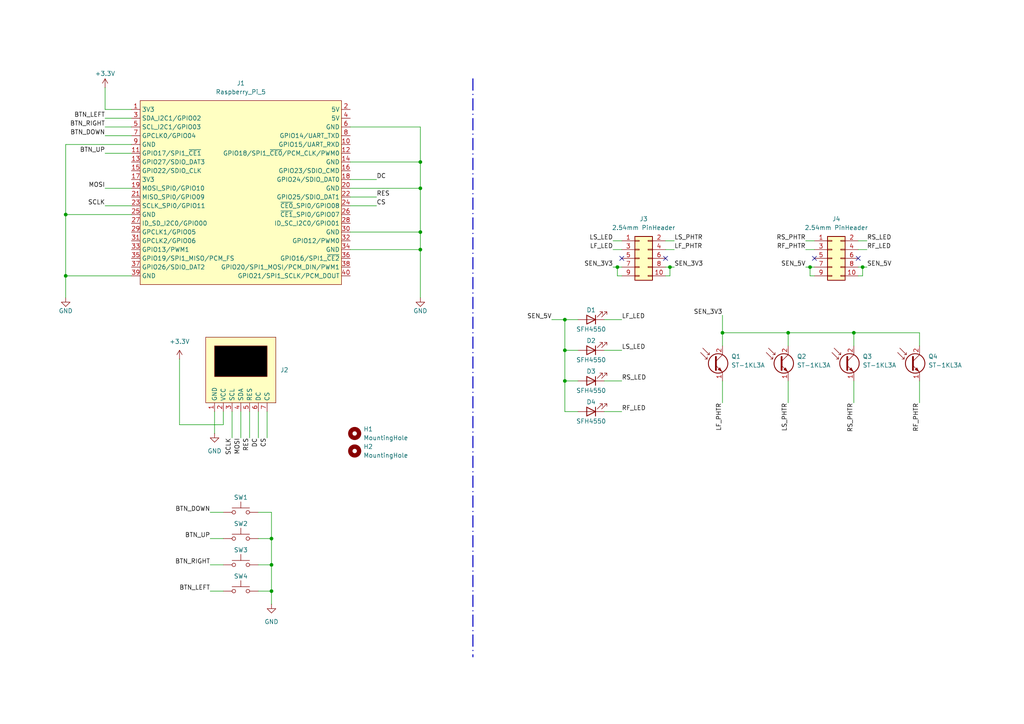
<source format=kicad_sch>
(kicad_sch (version 20250114) (generator "eeschema") (generator_version "9.0")
  (paper "A4")
  (lib_symbols
    (symbol "Connector_Generic:Conn_02x05_Odd_Even" (pin_names (offset 1.016) (hide yes))
      (property "Reference" "J" (at 1.27 7.62 0))
      (property "Value" "Conn_02x05_Odd_Even" (at 1.27 -7.62 0))
      (symbol "Conn_02x05_Odd_Even_1_1"
        (rectangle (start -1.27 6.35) (end 3.81 -6.35) (stroke (width 0.254)) (fill (type background)))
        (rectangle (start -1.27 5.207) (end 0 4.953) (stroke (width 0.1524)))
        (rectangle (start -1.27 2.667) (end 0 2.413) (stroke (width 0.1524)))
        (rectangle (start -1.27 0.127) (end 0 -0.127) (stroke (width 0.1524)))
        (rectangle (start -1.27 -2.413) (end 0 -2.667) (stroke (width 0.1524)))
        (rectangle (start -1.27 -4.953) (end 0 -5.207) (stroke (width 0.1524)))
        (rectangle (start 3.81 5.207) (end 2.54 4.953) (stroke (width 0.1524)))
        (rectangle (start 3.81 2.667) (end 2.54 2.413) (stroke (width 0.1524)))
        (rectangle (start 3.81 0.127) (end 2.54 -0.127) (stroke (width 0.1524)))
        (rectangle (start 3.81 -2.413) (end 2.54 -2.667) (stroke (width 0.1524)))
        (rectangle (start 3.81 -4.953) (end 2.54 -5.207) (stroke (width 0.1524)))
        (pin passive line (at -5.08 5.08 0) (length 3.81) (name "Pin_1") (number "1"))
        (pin passive line (at -5.08 2.54 0) (length 3.81) (name "Pin_3") (number "3"))
        (pin passive line (at -5.08 0 0) (length 3.81) (name "Pin_5") (number "5"))
        (pin passive line (at -5.08 -2.54 0) (length 3.81) (name "Pin_7") (number "7"))
        (pin passive line (at -5.08 -5.08 0) (length 3.81) (name "Pin_9") (number "9"))
        (pin passive line (at 7.62 5.08 180) (length 3.81) (name "Pin_2") (number "2"))
        (pin passive line (at 7.62 2.54 180) (length 3.81) (name "Pin_4") (number "4"))
        (pin passive line (at 7.62 0 180) (length 3.81) (name "Pin_6") (number "6"))
        (pin passive line (at 7.62 -2.54 180) (length 3.81) (name "Pin_8") (number "8"))
        (pin passive line (at 7.62 -5.08 180) (length 3.81) (name "Pin_10") (number "10"))
      )
    )
    (symbol "Device:LED" (pin_numbers (hide yes)) (pin_names (offset 1.016) (hide yes))
      (property "Reference" "D" (at 0 2.54 0))
      (property "Value" "LED" (at 0 -2.54 0))
      (symbol "LED_0_1"
        (polyline (pts (xy -3.048 -0.762) (xy -4.572 -2.286) (xy -3.81 -2.286) (xy -4.572 -2.286) (xy -4.572 -1.524)))
        (polyline (pts (xy -1.778 -0.762) (xy -3.302 -2.286) (xy -2.54 -2.286) (xy -3.302 -2.286) (xy -3.302 -1.524)))
        (polyline (pts (xy -1.27 0) (xy 1.27 0)))
        (polyline (pts (xy -1.27 -1.27) (xy -1.27 1.27)) (stroke (width 0.254)))
        (polyline (pts (xy 1.27 -1.27) (xy 1.27 1.27) (xy -1.27 0) (xy 1.27 -1.27)) (stroke (width 0.254)))
      )
      (symbol "LED_1_1"
        (pin passive line (at -3.81 0 0) (length 2.54) (name "K") (number "1"))
        (pin passive line (at 3.81 0 180) (length 2.54) (name "A") (number "2"))
      )
    )
    (symbol "Device:Q_Photo_NPN_EC" (pin_names (offset 0) (hide yes))
      (property "Reference" "Q" (at 5.08 1.27 0))
      (property "Value" "Q_Photo_NPN_EC" (at 5.08 -1.27 0))
      (symbol "Q_Photo_NPN_EC_0_1"
        (polyline (pts (xy -3.81 3.175) (xy -1.905 1.27) (xy -1.905 1.905)))
        (polyline (pts (xy -3.175 4.445) (xy -1.27 2.54) (xy -1.27 3.175)))
        (polyline (pts (xy -1.905 1.27) (xy -2.54 1.27)))
        (polyline (pts (xy -1.27 2.54) (xy -1.905 2.54)))
        (polyline (pts (xy 0.635 1.905) (xy 0.635 -1.905) (xy 0.635 -1.905)) (stroke (width 0.508)))
        (polyline (pts (xy 0.635 0.635) (xy 2.54 2.54)))
        (polyline (pts (xy 0.635 -0.635) (xy 2.54 -2.54) (xy 2.54 -2.54)))
        (circle (center 1.27 0) (radius 2.8194) (stroke (width 0.254)))
        (polyline (pts (xy 1.27 -1.778) (xy 1.778 -1.27) (xy 2.286 -2.286) (xy 1.27 -1.778) (xy 1.27 -1.778)) (fill (type outline)))
      )
      (symbol "Q_Photo_NPN_EC_1_1"
        (pin passive line (at 2.54 5.08 270) (length 2.54) (name "C") (number "2"))
        (pin passive line (at 2.54 -5.08 90) (length 2.54) (name "E") (number "1"))
      )
    )
    (symbol "Mechanical:MountingHole" (pin_names (offset 1.016)) (in_bom no)
      (property "Reference" "H" (at 0 5.08 0))
      (property "Value" "MountingHole" (at 0 3.175 0))
      (symbol "MountingHole_0_1"
        (circle (center 0 0) (radius 1.27) (stroke (width 1.27)))
      )
    )
    (symbol "Switch:SW_Push" (pin_numbers (hide yes)) (pin_names (offset 1.016) (hide yes))
      (property "Reference" "SW" (at 1.27 2.54 0))
      (property "Value" "SW_Push" (at 0 -1.524 0))
      (symbol "SW_Push_0_1"
        (circle (center -2.032 0) (radius 0.508))
        (polyline (pts (xy 0 1.27) (xy 0 3.048)))
        (circle (center 2.032 0) (radius 0.508))
        (polyline (pts (xy 2.54 1.27) (xy -2.54 1.27)))
        (pin passive line (at -5.08 0 0) (length 2.54) (name "1") (number "1"))
        (pin passive line (at 5.08 0 180) (length 2.54) (name "2") (number "2"))
      )
    )
    (symbol "micromouse-twilight:Raspberry_Pi_5"
      (property "Reference" "J" (at 0 -30.48 0))
      (property "Value" "Raspberry_Pi_5" (at -6.35 -27.432 0))
      (symbol "Raspberry_Pi_5_1_1"
        (rectangle (start -29.21 26.67) (end 29.21 -26.67) (fill (type background)))
        (pin power_out line (at -31.75 24.13 0) (length 2.54) (name "3V3") (number "1"))
        (pin bidirectional line (at -31.75 21.59 0) (length 2.54) (name "SDA_I2C1/GPIO02") (number "3"))
        (pin bidirectional line (at -31.75 19.05 0) (length 2.54) (name "SCL_I2C1/GPIO03") (number "5"))
        (pin bidirectional line (at -31.75 16.51 0) (length 2.54) (name "GPCLK0/GPIO04") (number "7"))
        (pin power_out line (at -31.75 13.97 0) (length 2.54) (name "GND") (number "9"))
        (pin bidirectional line (at -31.75 11.43 0) (length 2.54) (name "GPIO17/SPI1_~{CE1}") (number "11"))
        (pin bidirectional line (at -31.75 8.89 0) (length 2.54) (name "GPIO27/SDIO_DAT3") (number "13"))
        (pin bidirectional line (at -31.75 6.35 0) (length 2.54) (name "GPIO22/SDIO_CLK") (number "15"))
        (pin power_out line (at -31.75 3.81 0) (length 2.54) (name "3V3") (number "17"))
        (pin bidirectional line (at -31.75 1.27 0) (length 2.54) (name "MOSI_SPI0/GPIO10") (number "19"))
        (pin bidirectional line (at -31.75 -1.27 0) (length 2.54) (name "MISO_SPI0/GPIO09") (number "21"))
        (pin bidirectional line (at -31.75 -3.81 0) (length 2.54) (name "SCLK_SPI0/GPIO11") (number "23"))
        (pin power_out line (at -31.75 -6.35 0) (length 2.54) (name "GND") (number "25"))
        (pin bidirectional line (at -31.75 -8.89 0) (length 2.54) (name "ID_SD_I2C0/GPIO00") (number "27"))
        (pin bidirectional line (at -31.75 -11.43 0) (length 2.54) (name "GPCLK1/GPIO05") (number "29"))
        (pin bidirectional line (at -31.75 -13.97 0) (length 2.54) (name "GPCLK2/GPIO06") (number "31"))
        (pin bidirectional line (at -31.75 -16.51 0) (length 2.54) (name "GPIO13/PWM1") (number "33"))
        (pin bidirectional line (at -31.75 -19.05 0) (length 2.54) (name "GPIO19/SPI1_MISO/PCM_FS") (number "35"))
        (pin bidirectional line (at -31.75 -21.59 0) (length 2.54) (name "GPIO26/SDIO_DAT2") (number "37"))
        (pin power_out line (at -31.75 -24.13 0) (length 2.54) (name "GND") (number "39"))
        (pin power_out line (at 31.75 24.13 180) (length 2.54) (name "5V") (number "2"))
        (pin power_out line (at 31.75 21.59 180) (length 2.54) (name "5V") (number "4"))
        (pin power_out line (at 31.75 19.05 180) (length 2.54) (name "GND") (number "6"))
        (pin bidirectional line (at 31.75 16.51 180) (length 2.54) (name "GPIO14/UART_TXD") (number "8"))
        (pin bidirectional line (at 31.75 13.97 180) (length 2.54) (name "GPIO15/UART_RXD") (number "10"))
        (pin bidirectional line (at 31.75 11.43 180) (length 2.54) (name "GPIO18/SPI1_~{CE0}/PCM_CLK/PWM0") (number "12"))
        (pin power_out line (at 31.75 8.89 180) (length 2.54) (name "GND") (number "14"))
        (pin bidirectional line (at 31.75 6.35 180) (length 2.54) (name "GPIO23/SDIO_CMD") (number "16"))
        (pin bidirectional line (at 31.75 3.81 180) (length 2.54) (name "GPIO24/SDIO_DAT0") (number "18"))
        (pin power_out line (at 31.75 1.27 180) (length 2.54) (name "GND") (number "20"))
        (pin bidirectional line (at 31.75 -1.27 180) (length 2.54) (name "GPIO25/SDIO_DAT1") (number "22"))
        (pin bidirectional line (at 31.75 -3.81 180) (length 2.54) (name "~{CE0}_SPI0/GPIO08") (number "24"))
        (pin bidirectional line (at 31.75 -6.35 180) (length 2.54) (name "~{CE1}_SPI0/GPIO07") (number "26"))
        (pin bidirectional line (at 31.75 -8.89 180) (length 2.54) (name "ID_SC_I2C0/GPIO01") (number "28"))
        (pin power_out line (at 31.75 -11.43 180) (length 2.54) (name "GND") (number "30"))
        (pin bidirectional line (at 31.75 -13.97 180) (length 2.54) (name "GPIO12/PWM0") (number "32"))
        (pin power_in line (at 31.75 -16.51 180) (length 2.54) (name "GND") (number "34"))
        (pin bidirectional line (at 31.75 -19.05 180) (length 2.54) (name "GPIO16/SPI1_~{CE2}") (number "36"))
        (pin bidirectional line (at 31.75 -21.59 180) (length 2.54) (name "GPIO20/SPI1_MOSI/PCM_DIN/PWM1") (number "38"))
        (pin bidirectional line (at 31.75 -24.13 180) (length 2.54) (name "GPIO21/SPI1_SCLK/PCM_DOUT") (number "40"))
      )
    )
    (symbol "micromouse-twilight:SSD1331_OLED_module"
      (property "Reference" "J" (at 0 11.938 0))
      (symbol "SSD1331_OLED_module_1_1"
        (rectangle (start -10.16 10.16) (end 10.16 -8.89) (fill (type background)))
        (rectangle (start -7.62 7.62) (end 7.62 -1.27) (fill (type color) (color 0 0 0 1)))
        (pin power_in line (at -7.62 -11.43 90) (length 2.54) (name "GND") (number "1"))
        (pin power_in line (at -5.08 -11.43 90) (length 2.54) (name "VCC") (number "2"))
        (pin input line (at -2.54 -11.43 90) (length 2.54) (name "SCL") (number "3"))
        (pin input line (at 0 -11.43 90) (length 2.54) (name "SDA") (number "4"))
        (pin input line (at 2.54 -11.43 90) (length 2.54) (name "RES") (number "5"))
        (pin input line (at 5.08 -11.43 90) (length 2.54) (name "DC") (number "6"))
        (pin input line (at 7.62 -11.43 90) (length 2.54) (name "CS") (number "7"))
      )
    )
    (symbol "power:+3.3V" (power) (pin_numbers (hide yes)) (pin_names (offset 0) (hide yes))
      (property "Value" "+3.3V" (at 0 3.556 0))
      (symbol "+3.3V_0_1"
        (polyline (pts (xy -0.762 1.27) (xy 0 2.54)))
        (polyline (pts (xy 0 2.54) (xy 0.762 1.27)))
        (polyline (pts (xy 0 0) (xy 0 2.54)))
      )
      (symbol "+3.3V_1_1"
        (pin power_in line (at 0 0 90) (length 0) (name "~") (number "1"))
      )
    )
    (symbol "power:GND" (power) (pin_numbers (hide yes)) (pin_names (offset 0) (hide yes))
      (property "Value" "GND" (at 0 -3.81 0))
      (symbol "GND_0_1"
        (polyline (pts (xy 0 0) (xy 0 -1.27) (xy 1.27 -1.27) (xy 0 -2.54) (xy -1.27 -1.27) (xy 0 -1.27)))
      )
      (symbol "GND_1_1"
        (pin power_in line (at 0 0 270) (length 0) (name "~") (number "1"))
      )
    )
  )
  (junction (at 209.55 96.52))
  (junction (at 121.92 46.99))
  (junction (at 78.74 171.45))
  (junction (at 194.31 77.47))
  (junction (at 234.95 77.47))
  (junction (at 247.65 96.52))
  (junction (at 163.83 92.71))
  (junction (at 250.19 77.47))
  (junction (at 163.83 101.6))
  (junction (at 179.07 77.47))
  (junction (at 78.74 163.83))
  (junction (at 163.83 110.49))
  (junction (at 19.05 80.01))
  (junction (at 121.92 72.39))
  (junction (at 228.6 96.52))
  (junction (at 121.92 54.61))
  (junction (at 19.05 62.23))
  (junction (at 78.74 156.21))
  (junction (at 121.92 67.31))
  (no_connect (at 236.22 74.93))
  (no_connect (at 180.34 74.93))
  (no_connect (at 193.04 74.93))
  (no_connect (at 248.92 74.93))
  (wire (pts (xy 194.31 77.47) (xy 195.58 77.47)))
  (wire (pts (xy 163.83 92.71) (xy 163.83 101.6)))
  (wire (pts (xy 74.93 163.83) (xy 78.74 163.83)))
  (wire (pts (xy 77.47 119.38) (xy 77.47 127)))
  (wire (pts (xy 30.48 34.29) (xy 38.1 34.29)))
  (wire (pts (xy 180.34 69.85) (xy 177.8 69.85)))
  (wire (pts (xy 250.19 80.01) (xy 248.92 80.01)))
  (wire (pts (xy 78.74 171.45) (xy 78.74 175.26)))
  (wire (pts (xy 209.55 116.84) (xy 209.55 110.49)))
  (wire (pts (xy 67.31 119.38) (xy 67.31 127)))
  (wire (pts (xy 52.07 104.14) (xy 52.07 123.19)))
  (wire (pts (xy 163.83 92.71) (xy 167.64 92.71)))
  (wire (pts (xy 38.1 44.45) (xy 30.48 44.45)))
  (wire (pts (xy 78.74 148.59) (xy 78.74 156.21)))
  (wire (pts (xy 236.22 69.85) (xy 233.68 69.85)))
  (wire (pts (xy 228.6 96.52) (xy 228.6 100.33)))
  (wire (pts (xy 234.95 80.01) (xy 236.22 80.01)))
  (wire (pts (xy 160.02 92.71) (xy 163.83 92.71)))
  (wire (pts (xy 250.19 77.47) (xy 251.46 77.47)))
  (wire (pts (xy 38.1 41.91) (xy 19.05 41.91)))
  (wire (pts (xy 236.22 72.39) (xy 233.68 72.39)))
  (wire (pts (xy 101.6 67.31) (xy 121.92 67.31)))
  (wire (pts (xy 228.6 96.52) (xy 247.65 96.52)))
  (wire (pts (xy 121.92 86.36) (xy 121.92 72.39)))
  (polyline (pts (xy 137.16 22.86) (xy 137.16 190.5)) (stroke (width 0.3) (type dash_dot)))
  (wire (pts (xy 30.48 59.69) (xy 38.1 59.69)))
  (wire (pts (xy 247.65 96.52) (xy 247.65 100.33)))
  (wire (pts (xy 236.22 77.47) (xy 234.95 77.47)))
  (wire (pts (xy 234.95 77.47) (xy 234.95 80.01)))
  (wire (pts (xy 30.48 54.61) (xy 38.1 54.61)))
  (wire (pts (xy 179.07 77.47) (xy 180.34 77.47)))
  (wire (pts (xy 209.55 91.44) (xy 209.55 96.52)))
  (wire (pts (xy 195.58 69.85) (xy 193.04 69.85)))
  (wire (pts (xy 101.6 36.83) (xy 121.92 36.83)))
  (wire (pts (xy 60.96 163.83) (xy 64.77 163.83)))
  (wire (pts (xy 194.31 77.47) (xy 194.31 80.01)))
  (wire (pts (xy 19.05 62.23) (xy 38.1 62.23)))
  (wire (pts (xy 247.65 116.84) (xy 247.65 110.49)))
  (wire (pts (xy 163.83 101.6) (xy 163.83 110.49)))
  (wire (pts (xy 248.92 77.47) (xy 250.19 77.47)))
  (wire (pts (xy 177.8 77.47) (xy 179.07 77.47)))
  (wire (pts (xy 163.83 110.49) (xy 163.83 119.38)))
  (wire (pts (xy 101.6 54.61) (xy 121.92 54.61)))
  (wire (pts (xy 175.26 101.6) (xy 180.34 101.6)))
  (wire (pts (xy 121.92 67.31) (xy 121.92 54.61)))
  (wire (pts (xy 30.48 36.83) (xy 38.1 36.83)))
  (wire (pts (xy 251.46 72.39) (xy 248.92 72.39)))
  (wire (pts (xy 74.93 119.38) (xy 74.93 127)))
  (wire (pts (xy 250.19 77.47) (xy 250.19 80.01)))
  (wire (pts (xy 175.26 110.49) (xy 180.34 110.49)))
  (wire (pts (xy 19.05 41.91) (xy 19.05 62.23)))
  (wire (pts (xy 179.07 77.47) (xy 179.07 80.01)))
  (wire (pts (xy 62.23 119.38) (xy 62.23 125.73)))
  (wire (pts (xy 19.05 80.01) (xy 19.05 86.36)))
  (wire (pts (xy 251.46 69.85) (xy 248.92 69.85)))
  (wire (pts (xy 72.39 119.38) (xy 72.39 127)))
  (wire (pts (xy 195.58 72.39) (xy 193.04 72.39)))
  (wire (pts (xy 60.96 171.45) (xy 64.77 171.45)))
  (wire (pts (xy 78.74 163.83) (xy 78.74 171.45)))
  (wire (pts (xy 121.92 54.61) (xy 121.92 46.99)))
  (wire (pts (xy 163.83 119.38) (xy 167.64 119.38)))
  (wire (pts (xy 78.74 156.21) (xy 78.74 163.83)))
  (wire (pts (xy 60.96 156.21) (xy 64.77 156.21)))
  (wire (pts (xy 74.93 156.21) (xy 78.74 156.21)))
  (wire (pts (xy 175.26 119.38) (xy 180.34 119.38)))
  (wire (pts (xy 175.26 92.71) (xy 180.34 92.71)))
  (wire (pts (xy 209.55 96.52) (xy 228.6 96.52)))
  (wire (pts (xy 163.83 101.6) (xy 167.64 101.6)))
  (wire (pts (xy 19.05 62.23) (xy 19.05 80.01)))
  (wire (pts (xy 19.05 80.01) (xy 38.1 80.01)))
  (wire (pts (xy 266.7 116.84) (xy 266.7 110.49)))
  (wire (pts (xy 74.93 171.45) (xy 78.74 171.45)))
  (wire (pts (xy 247.65 96.52) (xy 266.7 96.52)))
  (wire (pts (xy 38.1 31.75) (xy 30.48 31.75)))
  (wire (pts (xy 101.6 72.39) (xy 121.92 72.39)))
  (wire (pts (xy 179.07 80.01) (xy 180.34 80.01)))
  (wire (pts (xy 74.93 148.59) (xy 78.74 148.59)))
  (wire (pts (xy 60.96 148.59) (xy 64.77 148.59)))
  (wire (pts (xy 121.92 72.39) (xy 121.92 67.31)))
  (wire (pts (xy 193.04 77.47) (xy 194.31 77.47)))
  (wire (pts (xy 64.77 123.19) (xy 64.77 119.38)))
  (wire (pts (xy 209.55 96.52) (xy 209.55 100.33)))
  (wire (pts (xy 167.64 110.49) (xy 163.83 110.49)))
  (wire (pts (xy 121.92 46.99) (xy 121.92 36.83)))
  (wire (pts (xy 30.48 25.4) (xy 30.48 31.75)))
  (wire (pts (xy 101.6 59.69) (xy 109.22 59.69)))
  (wire (pts (xy 234.95 77.47) (xy 233.68 77.47)))
  (wire (pts (xy 194.31 80.01) (xy 193.04 80.01)))
  (wire (pts (xy 228.6 116.84) (xy 228.6 110.49)))
  (wire (pts (xy 101.6 57.15) (xy 109.22 57.15)))
  (wire (pts (xy 101.6 52.07) (xy 109.22 52.07)))
  (wire (pts (xy 69.85 119.38) (xy 69.85 127)))
  (wire (pts (xy 180.34 72.39) (xy 177.8 72.39)))
  (wire (pts (xy 52.07 123.19) (xy 64.77 123.19)))
  (wire (pts (xy 101.6 46.99) (xy 121.92 46.99)))
  (wire (pts (xy 38.1 39.37) (xy 30.48 39.37)))
  (wire (pts (xy 266.7 96.52) (xy 266.7 100.33)))
  (label "SEN_5V" (at 160.02 92.71 180))
  (label "RS_PHTR" (at 247.65 116.84 270))
  (label "LF_PHTR" (at 195.58 72.39 0))
  (label "LF_LED" (at 177.8 72.39 180))
  (label "SEN_3V3" (at 177.8 77.47 180))
  (label "RF_PHTR" (at 266.7 116.84 270))
  (label "RS_PHTR" (at 233.68 69.85 180))
  (label "SEN_5V" (at 233.68 77.47 180))
  (label "LS_LED" (at 177.8 69.85 180))
  (label "CS" (at 77.47 127 270))
  (label "SEN_5V" (at 251.46 77.47 0))
  (label "BTN_LEFT" (at 30.48 34.29 180))
  (label "RS_LED" (at 180.34 110.49 0))
  (label "SCLK" (at 30.48 59.69 180))
  (label "DC" (at 109.22 52.07 0))
  (label "RF_LED" (at 251.46 72.39 0))
  (label "BTN_RIGHT" (at 60.96 163.83 180))
  (label "RES" (at 72.39 127 270))
  (label "BTN_UP" (at 30.48 44.45 180))
  (label "BTN_DOWN" (at 30.48 39.37 180))
  (label "BTN_DOWN" (at 60.96 148.59 180))
  (label "LF_PHTR" (at 209.55 116.84 270))
  (label "BTN_RIGHT" (at 30.48 36.83 180))
  (label "CS" (at 109.22 59.69 0))
  (label "LS_PHTR" (at 228.6 116.84 270))
  (label "LS_PHTR" (at 195.58 69.85 0))
  (label "BTN_UP" (at 60.96 156.21 180))
  (label "SCLK" (at 67.31 127 270))
  (label "LS_LED" (at 180.34 101.6 0))
  (label "RES" (at 109.22 57.15 0))
  (label "MOSI" (at 30.48 54.61 180))
  (label "RF_PHTR" (at 233.68 72.39 180))
  (label "LF_LED" (at 180.34 92.71 0))
  (label "DC" (at 74.93 127 270))
  (label "BTN_LEFT" (at 60.96 171.45 180))
  (label "SEN_3V3" (at 195.58 77.47 0))
  (label "RF_LED" (at 180.34 119.38 0))
  (label "SEN_3V3" (at 209.55 91.44 180))
  (label "MOSI" (at 69.85 127 270))
  (label "RS_LED" (at 251.46 69.85 0))
  (symbol (lib_id "Device:LED") (at 171.45 119.38 180) (unit 1)
    (property "Reference" "D4" (at 171.45 116.586 0))
    (property "Value" "SFH4550" (at 171.45 122.174 0))
    (property "Footprint" "Library:SFH4550_Mirror" (effects (hide yes)))
    (property "Description" "Light emitting diode" (effects (hide yes)))
    (property "Sim.Pins" "1=K 2=A" (effects (hide yes)))
  )
  (symbol (lib_id "Device:Q_Photo_NPN_EC") (at 207.01 105.41 0) (unit 1)
    (property "Reference" "Q1" (at 212.09 103.3906 0) (effects (justify left)))
    (property "Value" "ST-1KL3A" (at 212.09 105.9306 0) (effects (justify left)))
    (property "Footprint" "Library:ST-1KL3A" (effects (hide yes)))
    (property "Description" "NPN phototransistor, emitter/collector" (effects (hide yes)))
  )
  (symbol (lib_id "Mechanical:MountingHole") (at 102.87 130.81 0) (unit 1) (in_bom no)
    (property "Reference" "H2" (at 105.41 129.5399 0) (effects (justify left)))
    (property "Value" "MountingHole" (at 105.41 132.0799 0) (effects (justify left)))
    (property "Footprint" "Library:M2.6 Mounting Hole" (effects (hide yes)))
    (property "Description" "Mounting Hole without connection" (effects (hide yes)))
  )
  (symbol (lib_id "Connector_Generic:Conn_02x05_Odd_Even") (at 185.42 74.93 0) (unit 1)
    (property "Reference" "J3" (at 186.69 63.5 0))
    (property "Value" "2.54mm PinHeader" (at 186.69 66.04 0))
    (property "Footprint" "Connector_PinHeader_2.54mm:PinHeader_2x05_P2.54mm_Vertical" (effects (hide yes)))
    (property "Description" "Generic connector, double row, 02x05, odd/even pin numbering scheme (row 1 odd numbers, row 2 even numbers), script generated (kicad-library-utils/schlib/autogen/connector/)" (effects (hide yes)))
  )
  (symbol (lib_id "power:GND") (at 62.23 125.73 0) (unit 1)
    (property "Reference" "#PWR03" (effects (hide yes)))
    (property "Value" "GND" (at 62.23 130.81 0))
    (property "Description" "Power symbol creates a global label with name \"GND\" , ground" (effects (hide yes)))
  )
  (symbol (lib_id "micromouse-twilight:SSD1331_OLED_module") (at 69.85 107.95 0) (unit 1)
    (property "Reference" "J2" (at 81.28 107.3149 0) (effects (justify left)))
    (property "Footprint" "Connector_PinSocket_2.54mm:PinSocket_1x07_P2.54mm_Vertical" (effects (hide yes)))
  )
  (symbol (lib_id "Switch:SW_Push") (at 69.85 163.83 0) (unit 1)
    (property "Reference" "SW3" (at 69.85 159.512 0))
    (property "Value" "TVBP06-B043CB-B" (effects (hide yes)))
    (property "Footprint" "Button_Switch_THT:SW_PUSH_1P1T_6x3.5mm_H4.3_APEM_MJTP1243" (effects (hide yes)))
    (property "Description" "Push button switch, generic, two pins" (effects (hide yes)))
  )
  (symbol (lib_id "power:+3.3V") (at 52.07 104.14 0) (unit 1)
    (property "Reference" "#PWR04" (effects (hide yes)))
    (property "Value" "+3.3V" (at 52.07 99.06 0))
    (property "Description" "Power symbol creates a global label with name \"+3.3V\"" (effects (hide yes)))
  )
  (symbol (lib_id "Switch:SW_Push") (at 69.85 148.59 0) (unit 1)
    (property "Reference" "SW1" (at 69.85 144.272 0))
    (property "Value" "TVBP06-B043CB-B" (effects (hide yes)))
    (property "Footprint" "Button_Switch_THT:SW_PUSH_1P1T_6x3.5mm_H4.3_APEM_MJTP1243" (effects (hide yes)))
    (property "Description" "Push button switch, generic, two pins" (effects (hide yes)))
  )
  (symbol (lib_id "Device:LED") (at 171.45 110.49 180) (unit 1)
    (property "Reference" "D3" (at 171.45 107.696 0))
    (property "Value" "SFH4550" (at 171.45 113.284 0))
    (property "Footprint" "Library:SFH4550_Mirror" (effects (hide yes)))
    (property "Description" "Light emitting diode" (effects (hide yes)))
    (property "Sim.Pins" "1=K 2=A" (effects (hide yes)))
  )
  (symbol (lib_id "Connector_Generic:Conn_02x05_Odd_Even") (at 241.3 74.93 0) (unit 1)
    (property "Reference" "J4" (at 242.57 63.5 0))
    (property "Value" "2.54mm PinHeader" (at 242.57 66.04 0))
    (property "Footprint" "Connector_PinHeader_2.54mm:PinHeader_2x05_P2.54mm_Vertical" (effects (hide yes)))
    (property "Description" "Generic connector, double row, 02x05, odd/even pin numbering scheme (row 1 odd numbers, row 2 even numbers), script generated (kicad-library-utils/schlib/autogen/connector/)" (effects (hide yes)))
  )
  (symbol (lib_id "Switch:SW_Push") (at 69.85 156.21 0) (unit 1)
    (property "Reference" "SW2" (at 69.85 151.892 0))
    (property "Value" "TVBP06-B043CB-B" (effects (hide yes)))
    (property "Footprint" "Button_Switch_THT:SW_PUSH_1P1T_6x3.5mm_H4.3_APEM_MJTP1243" (effects (hide yes)))
    (property "Description" "Push button switch, generic, two pins" (effects (hide yes)))
  )
  (symbol (lib_id "power:+3.3V") (at 30.48 25.4 0) (unit 1)
    (property "Reference" "#PWR01" (effects (hide yes)))
    (property "Value" "+3.3V" (at 30.48 21.336 0))
    (property "Description" "Power symbol creates a global label with name \"+3.3V\"" (effects (hide yes)))
  )
  (symbol (lib_id "Device:Q_Photo_NPN_EC") (at 226.06 105.41 0) (unit 1)
    (property "Reference" "Q2" (at 231.14 103.3906 0) (effects (justify left)))
    (property "Value" "ST-1KL3A" (at 231.14 105.9306 0) (effects (justify left)))
    (property "Footprint" "Library:ST-1KL3A" (effects (hide yes)))
    (property "Description" "NPN phototransistor, emitter/collector" (effects (hide yes)))
  )
  (symbol (lib_id "Switch:SW_Push") (at 69.85 171.45 0) (unit 1)
    (property "Reference" "SW4" (at 69.85 167.132 0))
    (property "Value" "TVBP06-B043CB-B" (effects (hide yes)))
    (property "Footprint" "Button_Switch_THT:SW_PUSH_1P1T_6x3.5mm_H4.3_APEM_MJTP1243" (effects (hide yes)))
    (property "Description" "Push button switch, generic, two pins" (effects (hide yes)))
  )
  (symbol (lib_id "power:GND") (at 78.74 175.26 0) (unit 1)
    (property "Reference" "#PWR05" (effects (hide yes)))
    (property "Value" "GND" (at 78.74 180.34 0))
    (property "Description" "Power symbol creates a global label with name \"GND\" , ground" (effects (hide yes)))
  )
  (symbol (lib_id "Mechanical:MountingHole") (at 102.87 125.73 0) (unit 1) (in_bom no)
    (property "Reference" "H1" (at 105.41 124.4599 0) (effects (justify left)))
    (property "Value" "MountingHole" (at 105.41 126.9999 0) (effects (justify left)))
    (property "Footprint" "Library:M2.6 Mounting Hole" (effects (hide yes)))
    (property "Description" "Mounting Hole without connection" (effects (hide yes)))
  )
  (symbol (lib_id "Device:Q_Photo_NPN_EC") (at 264.16 105.41 0) (unit 1)
    (property "Reference" "Q4" (at 269.24 103.3906 0) (effects (justify left)))
    (property "Value" "ST-1KL3A" (at 269.24 105.9306 0) (effects (justify left)))
    (property "Footprint" "Library:ST-1KL3A_Mirror" (effects (hide yes)))
    (property "Description" "NPN phototransistor, emitter/collector" (effects (hide yes)))
  )
  (symbol (lib_id "micromouse-twilight:Raspberry_Pi_5") (at 69.85 55.88 0) (unit 1)
    (property "Reference" "J1" (at 69.85 24.13 0))
    (property "Value" "Raspberry_Pi_5" (at 69.85 26.67 0))
    (property "Footprint" "Connector_PinSocket_2.54mm:PinSocket_2x20_P2.54mm_Vertical" (effects (hide yes)))
    (property "Datasheet" "https://datasheets.raspberrypi.com/rpi4/raspberry-pi-4-datasheet.pdf" (effects (hide yes)))
    (property "Description" "Raspberry Pi 4 Model B" (effects (hide yes)))
  )
  (symbol (lib_id "power:GND") (at 121.92 86.36 0) (unit 1)
    (property "Reference" "#PWR02" (effects (hide yes)))
    (property "Value" "GND" (at 121.92 90.17 0))
    (property "Description" "Power symbol creates a global label with name \"GND\" , ground" (effects (hide yes)))
  )
  (symbol (lib_id "Device:LED") (at 171.45 101.6 180) (unit 1)
    (property "Reference" "D2" (at 171.45 98.806 0))
    (property "Value" "SFH4550" (at 171.45 104.394 0))
    (property "Footprint" "Library:SFH4550" (effects (hide yes)))
    (property "Description" "Light emitting diode" (effects (hide yes)))
    (property "Sim.Pins" "1=K 2=A" (effects (hide yes)))
  )
  (symbol (lib_id "Device:Q_Photo_NPN_EC") (at 245.11 105.41 0) (unit 1)
    (property "Reference" "Q3" (at 250.19 103.3906 0) (effects (justify left)))
    (property "Value" "ST-1KL3A" (at 250.19 105.9306 0) (effects (justify left)))
    (property "Footprint" "Library:ST-1KL3A_Mirror" (effects (hide yes)))
    (property "Description" "NPN phototransistor, emitter/collector" (effects (hide yes)))
  )
  (symbol (lib_id "Device:LED") (at 171.45 92.71 180) (unit 1)
    (property "Reference" "D1" (at 171.45 89.916 0))
    (property "Value" "SFH4550" (at 171.45 95.504 0))
    (property "Footprint" "Library:SFH4550" (effects (hide yes)))
    (property "Description" "Light emitting diode" (effects (hide yes)))
    (property "Sim.Pins" "1=K 2=A" (effects (hide yes)))
  )
  (symbol (lib_id "power:GND") (at 19.05 86.36 0) (unit 1)
    (property "Reference" "#PWR06" (effects (hide yes)))
    (property "Value" "GND" (at 19.05 90.17 0))
    (property "Description" "Power symbol creates a global label with name \"GND\" , ground" (effects (hide yes)))
  )
)
</source>
